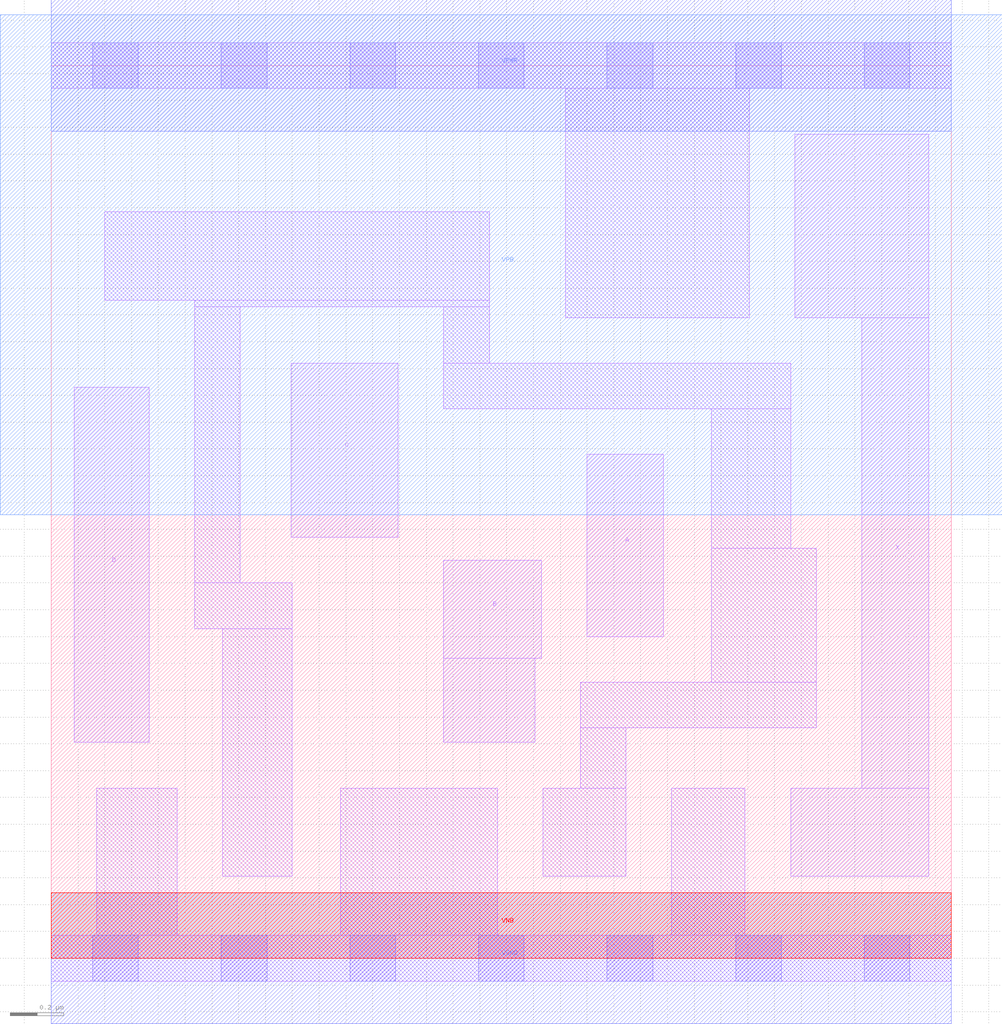
<source format=lef>
# Copyright 2020 The SkyWater PDK Authors
#
# Licensed under the Apache License, Version 2.0 (the "License");
# you may not use this file except in compliance with the License.
# You may obtain a copy of the License at
#
#     https://www.apache.org/licenses/LICENSE-2.0
#
# Unless required by applicable law or agreed to in writing, software
# distributed under the License is distributed on an "AS IS" BASIS,
# WITHOUT WARRANTIES OR CONDITIONS OF ANY KIND, either express or implied.
# See the License for the specific language governing permissions and
# limitations under the License.
#
# SPDX-License-Identifier: Apache-2.0

VERSION 5.7 ;
  NOWIREEXTENSIONATPIN ON ;
  DIVIDERCHAR "/" ;
  BUSBITCHARS "[]" ;
MACRO sky130_fd_sc_lp__or4_0
  CLASS CORE ;
  FOREIGN sky130_fd_sc_lp__or4_0 ;
  ORIGIN  0.000000  0.000000 ;
  SIZE  3.360000 BY  3.330000 ;
  SYMMETRY X Y R90 ;
  SITE unit ;
  PIN A
    ANTENNAGATEAREA  0.126000 ;
    DIRECTION INPUT ;
    USE SIGNAL ;
    PORT
      LAYER li1 ;
        RECT 2.000000 1.200000 2.285000 1.880000 ;
    END
  END A
  PIN B
    ANTENNAGATEAREA  0.126000 ;
    DIRECTION INPUT ;
    USE SIGNAL ;
    PORT
      LAYER li1 ;
        RECT 1.465000 0.805000 1.805000 1.120000 ;
        RECT 1.465000 1.120000 1.830000 1.485000 ;
    END
  END B
  PIN C
    ANTENNAGATEAREA  0.126000 ;
    DIRECTION INPUT ;
    USE SIGNAL ;
    PORT
      LAYER li1 ;
        RECT 0.895000 1.570000 1.295000 2.220000 ;
    END
  END C
  PIN D
    ANTENNAGATEAREA  0.126000 ;
    DIRECTION INPUT ;
    USE SIGNAL ;
    PORT
      LAYER li1 ;
        RECT 0.085000 0.805000 0.365000 2.130000 ;
    END
  END D
  PIN X
    ANTENNADIFFAREA  0.299800 ;
    DIRECTION OUTPUT ;
    USE SIGNAL ;
    PORT
      LAYER li1 ;
        RECT 2.760000 0.305000 3.275000 0.635000 ;
        RECT 2.775000 2.390000 3.275000 3.075000 ;
        RECT 3.025000 0.635000 3.275000 2.390000 ;
    END
  END X
  PIN VGND
    DIRECTION INOUT ;
    USE GROUND ;
    PORT
      LAYER met1 ;
        RECT 0.000000 -0.245000 3.360000 0.245000 ;
    END
  END VGND
  PIN VNB
    DIRECTION INOUT ;
    USE GROUND ;
    PORT
      LAYER pwell ;
        RECT 0.000000 0.000000 3.360000 0.245000 ;
    END
  END VNB
  PIN VPB
    DIRECTION INOUT ;
    USE POWER ;
    PORT
      LAYER nwell ;
        RECT -0.190000 1.655000 3.550000 3.520000 ;
    END
  END VPB
  PIN VPWR
    DIRECTION INOUT ;
    USE POWER ;
    PORT
      LAYER met1 ;
        RECT 0.000000 3.085000 3.360000 3.575000 ;
    END
  END VPWR
  OBS
    LAYER li1 ;
      RECT 0.000000 -0.085000 3.360000 0.085000 ;
      RECT 0.000000  3.245000 3.360000 3.415000 ;
      RECT 0.170000  0.085000 0.470000 0.635000 ;
      RECT 0.200000  2.455000 1.635000 2.785000 ;
      RECT 0.535000  1.230000 0.900000 1.400000 ;
      RECT 0.535000  1.400000 0.705000 2.430000 ;
      RECT 0.535000  2.430000 1.635000 2.455000 ;
      RECT 0.640000  0.305000 0.900000 1.230000 ;
      RECT 1.080000  0.085000 1.665000 0.635000 ;
      RECT 1.465000  2.050000 2.760000 2.220000 ;
      RECT 1.465000  2.220000 1.635000 2.430000 ;
      RECT 1.835000  0.305000 2.145000 0.635000 ;
      RECT 1.920000  2.390000 2.605000 3.245000 ;
      RECT 1.975000  0.635000 2.145000 0.860000 ;
      RECT 1.975000  0.860000 2.855000 1.030000 ;
      RECT 2.315000  0.085000 2.590000 0.635000 ;
      RECT 2.465000  1.030000 2.855000 1.530000 ;
      RECT 2.465000  1.530000 2.760000 2.050000 ;
    LAYER mcon ;
      RECT 0.155000 -0.085000 0.325000 0.085000 ;
      RECT 0.155000  3.245000 0.325000 3.415000 ;
      RECT 0.635000 -0.085000 0.805000 0.085000 ;
      RECT 0.635000  3.245000 0.805000 3.415000 ;
      RECT 1.115000 -0.085000 1.285000 0.085000 ;
      RECT 1.115000  3.245000 1.285000 3.415000 ;
      RECT 1.595000 -0.085000 1.765000 0.085000 ;
      RECT 1.595000  3.245000 1.765000 3.415000 ;
      RECT 2.075000 -0.085000 2.245000 0.085000 ;
      RECT 2.075000  3.245000 2.245000 3.415000 ;
      RECT 2.555000 -0.085000 2.725000 0.085000 ;
      RECT 2.555000  3.245000 2.725000 3.415000 ;
      RECT 3.035000 -0.085000 3.205000 0.085000 ;
      RECT 3.035000  3.245000 3.205000 3.415000 ;
  END
END sky130_fd_sc_lp__or4_0
END LIBRARY

</source>
